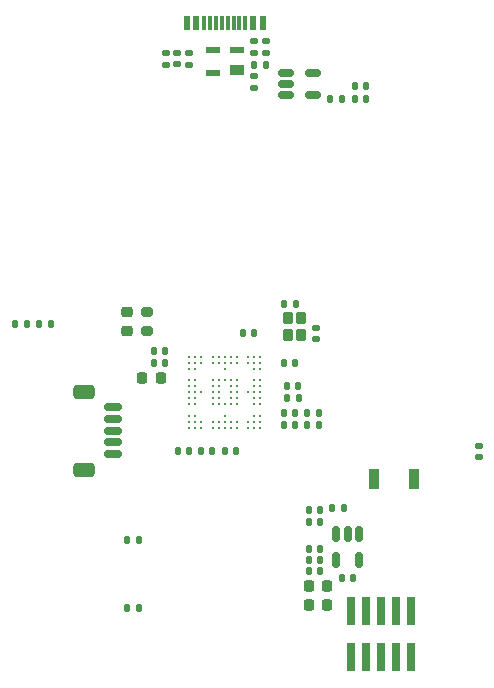
<source format=gbr>
%TF.GenerationSoftware,KiCad,Pcbnew,(6.0.7)*%
%TF.CreationDate,2022-11-12T21:38:40-05:00*%
%TF.ProjectId,redshift,72656473-6869-4667-942e-6b696361645f,0.2*%
%TF.SameCoordinates,Original*%
%TF.FileFunction,Paste,Top*%
%TF.FilePolarity,Positive*%
%FSLAX46Y46*%
G04 Gerber Fmt 4.6, Leading zero omitted, Abs format (unit mm)*
G04 Created by KiCad (PCBNEW (6.0.7)) date 2022-11-12 21:38:40*
%MOMM*%
%LPD*%
G01*
G04 APERTURE LIST*
G04 Aperture macros list*
%AMRoundRect*
0 Rectangle with rounded corners*
0 $1 Rounding radius*
0 $2 $3 $4 $5 $6 $7 $8 $9 X,Y pos of 4 corners*
0 Add a 4 corners polygon primitive as box body*
4,1,4,$2,$3,$4,$5,$6,$7,$8,$9,$2,$3,0*
0 Add four circle primitives for the rounded corners*
1,1,$1+$1,$2,$3*
1,1,$1+$1,$4,$5*
1,1,$1+$1,$6,$7*
1,1,$1+$1,$8,$9*
0 Add four rect primitives between the rounded corners*
20,1,$1+$1,$2,$3,$4,$5,0*
20,1,$1+$1,$4,$5,$6,$7,0*
20,1,$1+$1,$6,$7,$8,$9,0*
20,1,$1+$1,$8,$9,$2,$3,0*%
G04 Aperture macros list end*
%ADD10RoundRect,0.150000X-0.150000X0.512500X-0.150000X-0.512500X0.150000X-0.512500X0.150000X0.512500X0*%
%ADD11RoundRect,0.127500X-0.297500X0.347500X-0.297500X-0.347500X0.297500X-0.347500X0.297500X0.347500X0*%
%ADD12RoundRect,0.127500X0.297500X-0.347500X0.297500X0.347500X-0.297500X0.347500X-0.297500X-0.347500X0*%
%ADD13RoundRect,0.150000X-0.512500X-0.150000X0.512500X-0.150000X0.512500X0.150000X-0.512500X0.150000X0*%
%ADD14R,0.900000X1.700000*%
%ADD15RoundRect,0.225000X-0.225000X-0.250000X0.225000X-0.250000X0.225000X0.250000X-0.225000X0.250000X0*%
%ADD16RoundRect,0.225000X-0.250000X0.225000X-0.250000X-0.225000X0.250000X-0.225000X0.250000X0.225000X0*%
%ADD17RoundRect,0.225000X0.225000X0.250000X-0.225000X0.250000X-0.225000X-0.250000X0.225000X-0.250000X0*%
%ADD18RoundRect,0.135000X0.135000X0.185000X-0.135000X0.185000X-0.135000X-0.185000X0.135000X-0.185000X0*%
%ADD19RoundRect,0.147500X0.147500X0.172500X-0.147500X0.172500X-0.147500X-0.172500X0.147500X-0.172500X0*%
%ADD20RoundRect,0.140000X-0.140000X-0.170000X0.140000X-0.170000X0.140000X0.170000X-0.140000X0.170000X0*%
%ADD21RoundRect,0.140000X0.140000X0.170000X-0.140000X0.170000X-0.140000X-0.170000X0.140000X-0.170000X0*%
%ADD22RoundRect,0.140000X-0.170000X0.140000X-0.170000X-0.140000X0.170000X-0.140000X0.170000X0.140000X0*%
%ADD23RoundRect,0.147500X-0.147500X-0.172500X0.147500X-0.172500X0.147500X0.172500X-0.147500X0.172500X0*%
%ADD24R,0.600000X1.150000*%
%ADD25R,0.300000X1.150000*%
%ADD26RoundRect,0.200000X0.275000X-0.200000X0.275000X0.200000X-0.275000X0.200000X-0.275000X-0.200000X0*%
%ADD27RoundRect,0.140000X0.170000X-0.140000X0.170000X0.140000X-0.170000X0.140000X-0.170000X-0.140000X0*%
%ADD28RoundRect,0.135000X-0.135000X-0.185000X0.135000X-0.185000X0.135000X0.185000X-0.135000X0.185000X0*%
%ADD29RoundRect,0.147500X-0.172500X0.147500X-0.172500X-0.147500X0.172500X-0.147500X0.172500X0.147500X0*%
%ADD30RoundRect,0.135000X-0.185000X0.135000X-0.185000X-0.135000X0.185000X-0.135000X0.185000X0.135000X0*%
%ADD31RoundRect,0.135000X0.185000X-0.135000X0.185000X0.135000X-0.185000X0.135000X-0.185000X-0.135000X0*%
%ADD32RoundRect,0.250000X0.650000X-0.350000X0.650000X0.350000X-0.650000X0.350000X-0.650000X-0.350000X0*%
%ADD33RoundRect,0.150000X0.625000X-0.150000X0.625000X0.150000X-0.625000X0.150000X-0.625000X-0.150000X0*%
%ADD34R,0.740000X2.400000*%
%ADD35R,1.168400X0.482600*%
%ADD36R,1.168400X0.889000*%
%ADD37C,0.240000*%
%ADD38RoundRect,0.147500X0.172500X-0.147500X0.172500X0.147500X-0.172500X0.147500X-0.172500X-0.147500X0*%
G04 APERTURE END LIST*
D10*
%TO.C,U3*%
X33850000Y14037500D03*
X32900000Y14037500D03*
X31950000Y14037500D03*
X31950000Y11762500D03*
X33850000Y11762500D03*
%TD*%
D11*
%TO.C,Y1*%
X28975000Y30875000D03*
D12*
X28975000Y32325000D03*
X27825000Y32325000D03*
X27825000Y30875000D03*
%TD*%
D13*
%TO.C,U2*%
X27662500Y53050000D03*
X27662500Y52100000D03*
X27662500Y51150000D03*
X29937500Y51150000D03*
X29937500Y53050000D03*
%TD*%
D14*
%TO.C,SW4*%
X38500000Y18650000D03*
X35100000Y18650000D03*
%TD*%
D15*
%TO.C,C20*%
X31175000Y9600000D03*
X29625000Y9600000D03*
%TD*%
%TO.C,C25*%
X31175000Y8000000D03*
X29625000Y8000000D03*
%TD*%
D16*
%TO.C,C14*%
X14200000Y31225000D03*
X14200000Y32775000D03*
%TD*%
D17*
%TO.C,C11*%
X15525000Y27200000D03*
X17075000Y27200000D03*
%TD*%
D18*
%TO.C,R6*%
X29490000Y23250000D03*
X30510000Y23250000D03*
%TD*%
D19*
%TO.C,FB1*%
X25015000Y53750000D03*
X25985000Y53750000D03*
%TD*%
D20*
%TO.C,C24*%
X28750000Y25500000D03*
X27790000Y25500000D03*
%TD*%
D21*
%TO.C,C13*%
X16520000Y29500000D03*
X17480000Y29500000D03*
%TD*%
D20*
%TO.C,C10*%
X34480000Y51900000D03*
X33520000Y51900000D03*
%TD*%
D22*
%TO.C,C8*%
X25000000Y51790000D03*
X25000000Y52750000D03*
%TD*%
D23*
%TO.C,D3*%
X28490000Y24250000D03*
X27520000Y24250000D03*
%TD*%
D24*
%TO.C,J1*%
X25700000Y57245000D03*
X24900000Y57245000D03*
D25*
X24250000Y57245000D03*
X23250000Y57245000D03*
X21750000Y57245000D03*
X20750000Y57245000D03*
D24*
X20100000Y57245000D03*
X19300000Y57245000D03*
X19300000Y57245000D03*
X20100000Y57245000D03*
D25*
X21250000Y57245000D03*
X22250000Y57245000D03*
X22750000Y57245000D03*
X23750000Y57245000D03*
D24*
X24900000Y57245000D03*
X25700000Y57245000D03*
%TD*%
D26*
%TO.C,L1*%
X15900000Y32825000D03*
X15900000Y31175000D03*
%TD*%
D23*
%TO.C,D4*%
X28485000Y23250000D03*
X27515000Y23250000D03*
%TD*%
D20*
%TO.C,C2*%
X32580000Y16200000D03*
X31620000Y16200000D03*
%TD*%
D21*
%TO.C,C4*%
X20500000Y21000000D03*
X21460000Y21000000D03*
%TD*%
D27*
%TO.C,C15*%
X30250000Y31480000D03*
X30250000Y30520000D03*
%TD*%
D18*
%TO.C,R4*%
X6740000Y31750000D03*
X7760000Y31750000D03*
%TD*%
D22*
%TO.C,C1*%
X18500000Y53770000D03*
X18500000Y54730000D03*
%TD*%
D20*
%TO.C,C23*%
X28500000Y33500000D03*
X27540000Y33500000D03*
%TD*%
%TO.C,C6*%
X28460000Y28500000D03*
X27500000Y28500000D03*
%TD*%
D21*
%TO.C,C12*%
X16520000Y28500000D03*
X17480000Y28500000D03*
%TD*%
D28*
%TO.C,R7*%
X15260000Y7700000D03*
X14240000Y7700000D03*
%TD*%
D20*
%TO.C,C22*%
X30580000Y12750000D03*
X29620000Y12750000D03*
%TD*%
D23*
%TO.C,D2*%
X5735000Y31750000D03*
X4765000Y31750000D03*
%TD*%
D29*
%TO.C,D7*%
X44000000Y20515000D03*
X44000000Y21485000D03*
%TD*%
D20*
%TO.C,C9*%
X24980000Y31000000D03*
X24020000Y31000000D03*
%TD*%
D30*
%TO.C,R1*%
X17500000Y53740000D03*
X17500000Y54760000D03*
%TD*%
D21*
%TO.C,C3*%
X18520000Y21000000D03*
X19480000Y21000000D03*
%TD*%
D31*
%TO.C,R2*%
X25000000Y55760000D03*
X25000000Y54740000D03*
%TD*%
D19*
%TO.C,D6*%
X33515000Y50800000D03*
X34485000Y50800000D03*
%TD*%
D21*
%TO.C,C17*%
X29620000Y16050000D03*
X30580000Y16050000D03*
%TD*%
D20*
%TO.C,C7*%
X33380000Y10300000D03*
X32420000Y10300000D03*
%TD*%
D21*
%TO.C,C5*%
X22500000Y21000000D03*
X23460000Y21000000D03*
%TD*%
D20*
%TO.C,C16*%
X28730000Y26500000D03*
X27770000Y26500000D03*
%TD*%
D28*
%TO.C,R8*%
X15260000Y13500000D03*
X14240000Y13500000D03*
%TD*%
D32*
%TO.C,J2*%
X10550000Y26050000D03*
X10550000Y19450000D03*
D33*
X13075000Y24750000D03*
X13075000Y23750000D03*
X13075000Y22750000D03*
X13075000Y21750000D03*
X13075000Y20750000D03*
%TD*%
D34*
%TO.C,J4*%
X38290000Y7450000D03*
X38290000Y3550000D03*
X37020000Y7450000D03*
X37020000Y3550000D03*
X35750000Y7450000D03*
X35750000Y3550000D03*
X34480000Y7450000D03*
X34480000Y3550000D03*
X33210000Y7450000D03*
X33210000Y3550000D03*
%TD*%
D21*
%TO.C,C18*%
X29620000Y15000000D03*
X30580000Y15000000D03*
%TD*%
D18*
%TO.C,R5*%
X29500000Y24250000D03*
X30520000Y24250000D03*
%TD*%
D35*
%TO.C,D1*%
X21484343Y53049999D03*
X21484343Y54950001D03*
X23516343Y54950000D03*
D36*
X23516343Y53253200D03*
%TD*%
D37*
%TO.C,IC1*%
X19500000Y29000000D03*
X20000000Y29000000D03*
X20500000Y29000000D03*
X21500000Y29000000D03*
X22000000Y29000000D03*
X22500000Y29000000D03*
X23000000Y29000000D03*
X23500000Y29000000D03*
X24500000Y29000000D03*
X25000000Y29000000D03*
X25500000Y29000000D03*
X19500000Y28500000D03*
X20000000Y28500000D03*
X20500000Y28500000D03*
X21500000Y28500000D03*
X22000000Y28500000D03*
X22500000Y28500000D03*
X23000000Y28500000D03*
X23500000Y28500000D03*
X24500000Y28500000D03*
X25000000Y28500000D03*
X25500000Y28500000D03*
X19500000Y28000000D03*
X20000000Y28000000D03*
X22500000Y28000000D03*
X25000000Y28000000D03*
X25500000Y28000000D03*
X19500000Y27000000D03*
X20000000Y27000000D03*
X21500000Y27000000D03*
X22000000Y27000000D03*
X22500000Y27000000D03*
X23000000Y27000000D03*
X23500000Y27000000D03*
X25000000Y27000000D03*
X25500000Y27000000D03*
X19500000Y26500000D03*
X20000000Y26500000D03*
X21500000Y26500000D03*
X22000000Y26500000D03*
X23000000Y26500000D03*
X23500000Y26500000D03*
X25000000Y26500000D03*
X25500000Y26500000D03*
X19500000Y26000000D03*
X20000000Y26000000D03*
X20500000Y26000000D03*
X21500000Y26000000D03*
X22000000Y26000000D03*
X23000000Y26000000D03*
X23500000Y26000000D03*
X24500000Y26000000D03*
X25000000Y26000000D03*
X25500000Y26000000D03*
X19500000Y25500000D03*
X20000000Y25500000D03*
X21500000Y25500000D03*
X22000000Y25500000D03*
X23000000Y25500000D03*
X23500000Y25500000D03*
X25000000Y25500000D03*
X25500000Y25500000D03*
X19500000Y25000000D03*
X20000000Y25000000D03*
X21500000Y25000000D03*
X22000000Y25000000D03*
X22500000Y25000000D03*
X23000000Y25000000D03*
X23500000Y25000000D03*
X25000000Y25000000D03*
X25500000Y25000000D03*
X19500000Y24000000D03*
X20000000Y24000000D03*
X22500000Y24000000D03*
X25000000Y24000000D03*
X25500000Y24000000D03*
X19500000Y23500000D03*
X20000000Y23500000D03*
X20500000Y23500000D03*
X21500000Y23500000D03*
X22000000Y23500000D03*
X22500000Y23500000D03*
X23000000Y23500000D03*
X23500000Y23500000D03*
X24500000Y23500000D03*
X25000000Y23500000D03*
X25500000Y23500000D03*
X19500000Y23000000D03*
X20000000Y23000000D03*
X20500000Y23000000D03*
X21500000Y23000000D03*
X22000000Y23000000D03*
X22500000Y23000000D03*
X23000000Y23000000D03*
X23500000Y23000000D03*
X24500000Y23000000D03*
X25000000Y23000000D03*
X25500000Y23000000D03*
%TD*%
D20*
%TO.C,C19*%
X30580000Y10850000D03*
X29620000Y10850000D03*
%TD*%
D38*
%TO.C,F1*%
X26000000Y55735000D03*
X26000000Y54765000D03*
%TD*%
D28*
%TO.C,R13*%
X32410000Y50800000D03*
X31390000Y50800000D03*
%TD*%
D20*
%TO.C,C21*%
X30580000Y11800000D03*
X29620000Y11800000D03*
%TD*%
D31*
%TO.C,R3*%
X19500000Y54760000D03*
X19500000Y53740000D03*
%TD*%
M02*

</source>
